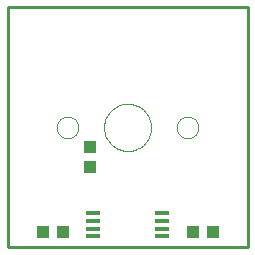
<source format=gtp>
G75*
G70*
%OFA0B0*%
%FSLAX24Y24*%
%IPPOS*%
%LPD*%
%AMOC8*
5,1,8,0,0,1.08239X$1,22.5*
%
%ADD10C,0.0100*%
%ADD11R,0.0472X0.0138*%
%ADD12C,0.0000*%
%ADD13R,0.0433X0.0394*%
%ADD14R,0.0394X0.0433*%
D10*
X000813Y000736D02*
X000813Y008736D01*
X008813Y008736D01*
X008813Y000736D01*
X000813Y000736D01*
D11*
X003662Y001103D03*
X003662Y001358D03*
X003662Y001614D03*
X003662Y001870D03*
X005965Y001870D03*
X005965Y001614D03*
X005965Y001358D03*
X005965Y001103D03*
D12*
X006458Y004736D02*
X006460Y004773D01*
X006466Y004810D01*
X006475Y004846D01*
X006489Y004880D01*
X006506Y004913D01*
X006526Y004945D01*
X006549Y004974D01*
X006575Y005000D01*
X006604Y005023D01*
X006635Y005043D01*
X006669Y005060D01*
X006703Y005074D01*
X006739Y005083D01*
X006776Y005089D01*
X006813Y005091D01*
X006850Y005089D01*
X006887Y005083D01*
X006923Y005074D01*
X006957Y005060D01*
X006990Y005043D01*
X007022Y005023D01*
X007051Y005000D01*
X007077Y004974D01*
X007100Y004945D01*
X007120Y004914D01*
X007137Y004880D01*
X007151Y004846D01*
X007160Y004810D01*
X007166Y004773D01*
X007168Y004736D01*
X007166Y004699D01*
X007160Y004662D01*
X007151Y004626D01*
X007137Y004592D01*
X007120Y004559D01*
X007100Y004527D01*
X007077Y004498D01*
X007051Y004472D01*
X007022Y004449D01*
X006991Y004429D01*
X006957Y004412D01*
X006923Y004398D01*
X006887Y004389D01*
X006850Y004383D01*
X006813Y004381D01*
X006776Y004383D01*
X006739Y004389D01*
X006703Y004398D01*
X006669Y004412D01*
X006636Y004429D01*
X006604Y004449D01*
X006575Y004472D01*
X006549Y004498D01*
X006526Y004527D01*
X006506Y004558D01*
X006489Y004592D01*
X006475Y004626D01*
X006466Y004662D01*
X006460Y004699D01*
X006458Y004736D01*
X004028Y004736D02*
X004030Y004791D01*
X004036Y004846D01*
X004046Y004901D01*
X004059Y004955D01*
X004076Y005007D01*
X004097Y005059D01*
X004122Y005108D01*
X004150Y005156D01*
X004181Y005202D01*
X004216Y005245D01*
X004253Y005286D01*
X004293Y005324D01*
X004336Y005359D01*
X004381Y005392D01*
X004429Y005420D01*
X004478Y005446D01*
X004529Y005468D01*
X004581Y005486D01*
X004634Y005500D01*
X004689Y005511D01*
X004744Y005518D01*
X004799Y005521D01*
X004855Y005520D01*
X004910Y005515D01*
X004964Y005506D01*
X005018Y005494D01*
X005071Y005477D01*
X005123Y005457D01*
X005173Y005434D01*
X005221Y005406D01*
X005268Y005376D01*
X005312Y005342D01*
X005353Y005306D01*
X005392Y005266D01*
X005428Y005224D01*
X005461Y005179D01*
X005491Y005132D01*
X005517Y005084D01*
X005540Y005033D01*
X005559Y004981D01*
X005574Y004928D01*
X005586Y004874D01*
X005594Y004819D01*
X005598Y004764D01*
X005598Y004708D01*
X005594Y004653D01*
X005586Y004598D01*
X005574Y004544D01*
X005559Y004491D01*
X005540Y004439D01*
X005517Y004388D01*
X005491Y004340D01*
X005461Y004293D01*
X005428Y004248D01*
X005392Y004206D01*
X005353Y004166D01*
X005312Y004130D01*
X005268Y004096D01*
X005221Y004066D01*
X005173Y004038D01*
X005123Y004015D01*
X005071Y003995D01*
X005018Y003978D01*
X004964Y003966D01*
X004910Y003957D01*
X004855Y003952D01*
X004799Y003951D01*
X004744Y003954D01*
X004689Y003961D01*
X004634Y003972D01*
X004581Y003986D01*
X004529Y004004D01*
X004478Y004026D01*
X004429Y004052D01*
X004381Y004080D01*
X004336Y004113D01*
X004293Y004148D01*
X004253Y004186D01*
X004216Y004227D01*
X004181Y004270D01*
X004150Y004316D01*
X004122Y004364D01*
X004097Y004413D01*
X004076Y004465D01*
X004059Y004517D01*
X004046Y004571D01*
X004036Y004626D01*
X004030Y004681D01*
X004028Y004736D01*
X002458Y004736D02*
X002460Y004773D01*
X002466Y004810D01*
X002475Y004846D01*
X002489Y004880D01*
X002506Y004913D01*
X002526Y004945D01*
X002549Y004974D01*
X002575Y005000D01*
X002604Y005023D01*
X002635Y005043D01*
X002669Y005060D01*
X002703Y005074D01*
X002739Y005083D01*
X002776Y005089D01*
X002813Y005091D01*
X002850Y005089D01*
X002887Y005083D01*
X002923Y005074D01*
X002957Y005060D01*
X002990Y005043D01*
X003022Y005023D01*
X003051Y005000D01*
X003077Y004974D01*
X003100Y004945D01*
X003120Y004914D01*
X003137Y004880D01*
X003151Y004846D01*
X003160Y004810D01*
X003166Y004773D01*
X003168Y004736D01*
X003166Y004699D01*
X003160Y004662D01*
X003151Y004626D01*
X003137Y004592D01*
X003120Y004559D01*
X003100Y004527D01*
X003077Y004498D01*
X003051Y004472D01*
X003022Y004449D01*
X002991Y004429D01*
X002957Y004412D01*
X002923Y004398D01*
X002887Y004389D01*
X002850Y004383D01*
X002813Y004381D01*
X002776Y004383D01*
X002739Y004389D01*
X002703Y004398D01*
X002669Y004412D01*
X002636Y004429D01*
X002604Y004449D01*
X002575Y004472D01*
X002549Y004498D01*
X002526Y004527D01*
X002506Y004558D01*
X002489Y004592D01*
X002475Y004626D01*
X002466Y004662D01*
X002460Y004699D01*
X002458Y004736D01*
D13*
X002648Y001236D03*
X001979Y001236D03*
X006979Y001236D03*
X007648Y001236D03*
D14*
X003563Y003402D03*
X003563Y004071D03*
M02*

</source>
